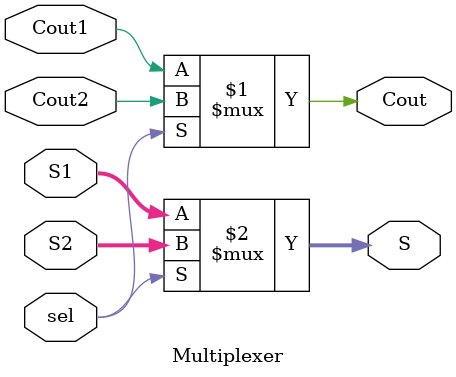
<source format=v>
module Multiplexer (
    input   Cout1,Cout2,
    input   [3:0] S1,S2,
    input   sel,
    
    output  [3:0] S,
    output  Cout
    );

    assign  Cout = sel ? Cout2 : Cout1 ;
    assign  S    = sel ? S2 : S1;
    
endmodule
</source>
